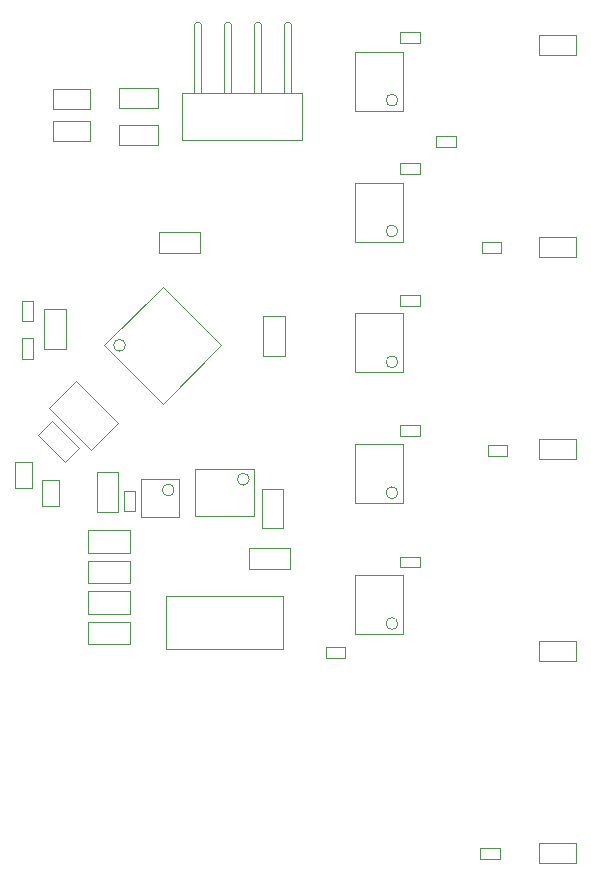
<source format=gbr>
%TF.GenerationSoftware,Altium Limited,Altium Designer,20.1.12 (249)*%
G04 Layer_Color=16711935*
%FSLAX26Y26*%
%MOIN*%
%TF.SameCoordinates,D7814EA1-E16B-4454-910B-2193EC0156EE*%
%TF.FilePolarity,Positive*%
%TF.FileFunction,Other,Mechanical_13*%
%TF.Part,Single*%
G01*
G75*
%TA.AperFunction,NonConductor*%
%ADD78C,0.003937*%
D78*
X867677Y1343307D02*
G03*
X867677Y1343307I-19685J0D01*
G01*
X1362992Y2170758D02*
G03*
X1362992Y2170758I-19685J0D01*
G01*
X454923Y1789527D02*
G03*
X454923Y1789527I-19685J0D01*
G01*
X1362992Y862008D02*
G03*
X1362992Y862008I-19685J0D01*
G01*
Y1298258D02*
G03*
X1362992Y1298258I-19685J0D01*
G01*
Y1734508D02*
G03*
X1362992Y1734508I-19685J0D01*
G01*
Y2607008D02*
G03*
X1362992Y2607008I-19685J0D01*
G01*
X617244Y1307559D02*
G03*
X617244Y1307559I-19685J0D01*
G01*
X686575Y1378740D02*
X883425D01*
X686575Y1221260D02*
X883425D01*
Y1378740D01*
X686575Y1221260D02*
Y1378740D01*
X910551Y1179055D02*
Y1310945D01*
X979449Y1179055D02*
Y1310945D01*
X910551Y1179055D02*
X979449D01*
X910551Y1310945D02*
X979449D01*
X1187480Y746299D02*
Y783701D01*
X1122520Y746299D02*
Y783701D01*
Y746299D02*
X1187480D01*
X1122520Y783701D02*
X1187480D01*
X590118Y776417D02*
X979882D01*
X590118D02*
Y953583D01*
X979882Y776417D02*
Y953583D01*
X590118D02*
X979882D01*
X1832008Y2756535D02*
Y2823465D01*
X1957992Y2756535D02*
Y2823465D01*
X1832008D02*
X1957992D01*
X1832008Y2756535D02*
X1957992D01*
X1555305Y2451299D02*
Y2488701D01*
X1490344Y2451299D02*
Y2488701D01*
Y2451299D02*
X1555305D01*
X1490344Y2488701D02*
X1555305D01*
X1832008Y2083132D02*
Y2150061D01*
X1957992Y2083132D02*
Y2150061D01*
X1832008D02*
X1957992D01*
X1832008Y2083132D02*
X1957992D01*
X1707480Y2096299D02*
Y2133701D01*
X1642520Y2096299D02*
Y2133701D01*
Y2096299D02*
X1707480D01*
X1642520Y2133701D02*
X1707480D01*
X1832008Y1409728D02*
Y1476657D01*
X1957992Y1409728D02*
Y1476657D01*
X1832008D02*
X1957992D01*
X1832008Y1409728D02*
X1957992D01*
X1727480Y1421299D02*
Y1458701D01*
X1662520Y1421299D02*
Y1458701D01*
Y1421299D02*
X1727480D01*
X1662520Y1458701D02*
X1727480D01*
X1832008Y736324D02*
Y803253D01*
X1957992Y736324D02*
Y803253D01*
X1832008D02*
X1957992D01*
X1832008Y736324D02*
X1957992D01*
X1832008Y62920D02*
Y129849D01*
X1957992Y62920D02*
Y129849D01*
X1832008D02*
X1957992D01*
X1832008Y62920D02*
X1957992D01*
X1702480Y76299D02*
Y113701D01*
X1637520Y76299D02*
Y113701D01*
Y76299D02*
X1702480D01*
X1637520Y113701D02*
X1702480D01*
X108612Y1869961D02*
Y1938858D01*
X146014Y1869961D02*
Y1938858D01*
X108612Y1869961D02*
X146014D01*
X108612Y1938858D02*
X146014D01*
X200861Y1581550D02*
X289945Y1670634D01*
X340055Y1442356D02*
X429139Y1531440D01*
X200861Y1581550D02*
X340055Y1442356D01*
X289945Y1670634D02*
X429139Y1531440D01*
X142825Y1314118D02*
Y1400732D01*
X85738Y1314118D02*
Y1400732D01*
X142825D01*
X85738Y1314118D02*
X142825D01*
X163323Y1492271D02*
X209257Y1538205D01*
X253799Y1401795D02*
X299733Y1447729D01*
X209257Y1538205D02*
X299733Y1447729D01*
X163323Y1492271D02*
X253799Y1401795D01*
X233543Y1254118D02*
Y1340732D01*
X176457Y1254118D02*
Y1340732D01*
X233543D01*
X176457Y1254118D02*
X233543D01*
X385128Y1789527D02*
X580000Y1594656D01*
Y1984399D02*
X774872Y1789527D01*
X385128D02*
X580000Y1984399D01*
Y1594656D02*
X774872Y1789527D01*
X1438465Y1487283D02*
Y1522716D01*
X1371535Y1487283D02*
Y1522716D01*
Y1487283D02*
X1438465D01*
X1371535Y1522716D02*
X1438465D01*
X255433Y1778071D02*
Y1911929D01*
X184567Y1778071D02*
Y1911929D01*
X255433D01*
X184567Y1778071D02*
X255433D01*
X108612Y1745551D02*
X146014D01*
X108612Y1814449D02*
X146014D01*
X108612Y1745551D02*
Y1814449D01*
X146014Y1745551D02*
Y1814449D01*
X1045000Y2474537D02*
Y2632018D01*
X645000D02*
X1045000D01*
X645000Y2474537D02*
Y2632018D01*
Y2474537D02*
X1045000D01*
X782402Y2859577D02*
X791063Y2868238D01*
X782402Y2854656D02*
Y2859577D01*
X798937Y2868238D02*
X807598Y2859577D01*
Y2854656D02*
Y2859577D01*
X791063Y2868238D02*
X798937D01*
X782402Y2843634D02*
Y2854656D01*
Y2632018D02*
Y2843634D01*
X807598Y2632018D02*
Y2843634D01*
Y2854656D01*
X707598Y2843634D02*
Y2854656D01*
Y2632018D02*
Y2843634D01*
X682402Y2632018D02*
Y2843634D01*
Y2854656D01*
X691063Y2868238D02*
X698937D01*
X707598Y2854656D02*
Y2859577D01*
X698937Y2868238D02*
X707598Y2859577D01*
X682402Y2854656D02*
Y2859577D01*
X691063Y2868238D01*
X907598Y2843634D02*
Y2854656D01*
Y2632018D02*
Y2843634D01*
X882402Y2632018D02*
Y2843634D01*
Y2854656D01*
X891063Y2868238D02*
X898937D01*
X907598Y2854656D02*
Y2859577D01*
X898937Y2868238D02*
X907598Y2859577D01*
X882402Y2854656D02*
Y2859577D01*
X891063Y2868238D01*
X982402Y2859577D02*
X991063Y2868238D01*
X982402Y2854656D02*
Y2859577D01*
X998937Y2868238D02*
X1007598Y2859577D01*
Y2854656D02*
Y2859577D01*
X991063Y2868238D02*
X998937D01*
X982402Y2843634D02*
Y2854656D01*
Y2632018D02*
Y2843634D01*
X1007598Y2632018D02*
Y2843634D01*
Y2854656D01*
X868071Y1115433D02*
X1001929D01*
X868071Y1044567D02*
X1001929D01*
X868071D02*
Y1115433D01*
X1001929Y1044567D02*
Y1115433D01*
X914567Y1753071D02*
Y1886929D01*
X985433Y1753071D02*
Y1886929D01*
X914567Y1753071D02*
X985433D01*
X914567Y1886929D02*
X985433D01*
X1378740Y1262825D02*
Y1459675D01*
X1221260Y1262825D02*
Y1459675D01*
Y1262825D02*
X1378740D01*
X1221260Y1459675D02*
X1378740D01*
X1221260Y1895925D02*
X1378740D01*
X1221260Y1699075D02*
X1378740D01*
X1221260D02*
Y1895925D01*
X1378740Y1699075D02*
Y1895925D01*
X1371535Y1957716D02*
X1438465D01*
X1371535Y1922283D02*
X1438465D01*
X1371535D02*
Y1957716D01*
X1438465Y1922283D02*
Y1957716D01*
X564961Y2456535D02*
Y2523465D01*
X435039Y2456535D02*
Y2523465D01*
Y2456535D02*
X564961D01*
X435039Y2523465D02*
X564961D01*
Y2581535D02*
Y2648465D01*
X435039Y2581535D02*
Y2648465D01*
Y2581535D02*
X564961D01*
X435039Y2648465D02*
X564961D01*
X568071Y2096388D02*
Y2167254D01*
X701929Y2096388D02*
Y2167254D01*
X568071D02*
X701929D01*
X568071Y2096388D02*
X701929D01*
X1438465Y1049183D02*
Y1084616D01*
X1371535Y1049183D02*
Y1084616D01*
Y1049183D02*
X1438465D01*
X1371535Y1084616D02*
X1438465D01*
X1378740Y826575D02*
Y1023425D01*
X1221260Y826575D02*
Y1023425D01*
Y826575D02*
X1378740D01*
X1221260Y1023425D02*
X1378740D01*
X1438465Y2797283D02*
Y2832716D01*
X1371535Y2797283D02*
Y2832716D01*
Y2797283D02*
X1438465D01*
X1371535Y2832716D02*
X1438465D01*
X1378740Y2571575D02*
Y2768425D01*
X1221260Y2571575D02*
Y2768425D01*
Y2571575D02*
X1378740D01*
X1221260Y2768425D02*
X1378740D01*
X1221260Y2332175D02*
X1378740D01*
X1221260Y2135325D02*
X1378740D01*
X1221260D02*
Y2332175D01*
X1378740Y2135325D02*
Y2332175D01*
X1371535Y2397716D02*
X1438465D01*
X1371535Y2362283D02*
X1438465D01*
X1371535D02*
Y2397716D01*
X1438465Y2362283D02*
Y2397716D01*
X337992Y2576535D02*
Y2643465D01*
X212008Y2576535D02*
Y2643465D01*
Y2576535D02*
X337992D01*
X212008Y2643465D02*
X337992D01*
Y2471535D02*
Y2538465D01*
X212008Y2471535D02*
Y2538465D01*
Y2471535D02*
X337992D01*
X212008Y2538465D02*
X337992D01*
X507008Y1342992D02*
X632992D01*
X507008Y1217008D02*
X632992D01*
Y1342992D01*
X507008Y1217008D02*
Y1342992D01*
X360551Y1234055D02*
Y1365945D01*
X429449Y1234055D02*
Y1365945D01*
X360551Y1234055D02*
X429449D01*
X360551Y1365945D02*
X429449D01*
X451722Y1236535D02*
Y1303465D01*
X487155Y1236535D02*
Y1303465D01*
X451722Y1236535D02*
X487155D01*
X451722Y1303465D02*
X487155D01*
X468898Y894265D02*
Y969068D01*
X331102Y894265D02*
Y969068D01*
Y894265D02*
X468898D01*
X331102Y969068D02*
X468898D01*
Y995932D02*
Y1070735D01*
X331102Y995932D02*
Y1070735D01*
Y995932D02*
X468898D01*
X331102Y1070735D02*
X468898D01*
Y792598D02*
Y867402D01*
X331102Y792598D02*
Y867402D01*
Y792598D02*
X468898D01*
X331102Y867402D02*
X468898D01*
Y1097598D02*
Y1172401D01*
X331102Y1097598D02*
Y1172401D01*
Y1097598D02*
X468898D01*
X331102Y1172401D02*
X468898D01*
%TF.MD5,1867c2cbdb385074a28395b2d6fa6009*%
M02*

</source>
